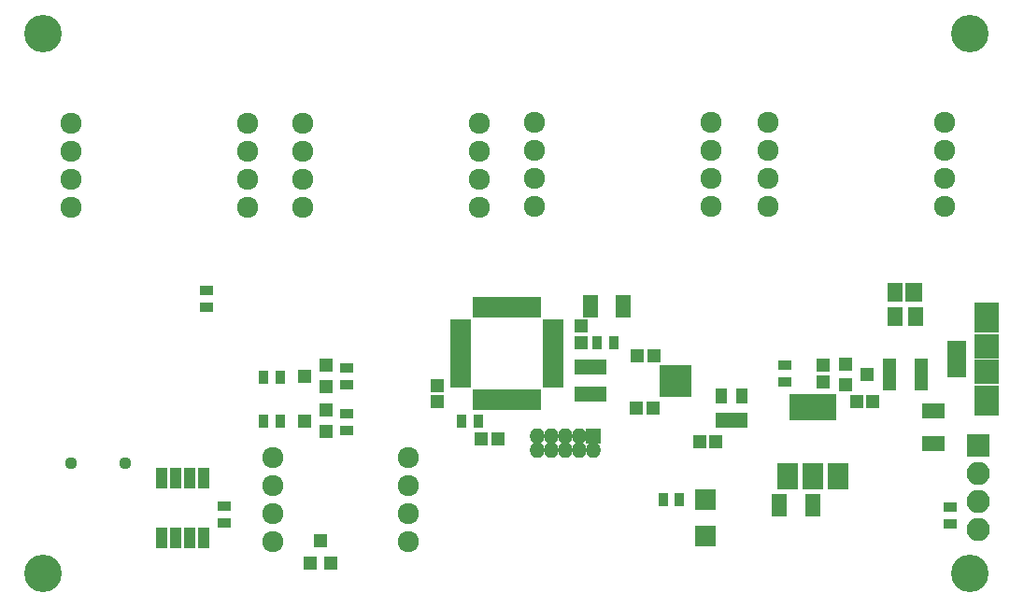
<source format=gts>
G04 #@! TF.FileFunction,Soldermask,Top*
%FSLAX46Y46*%
G04 Gerber Fmt 4.6, Leading zero omitted, Abs format (unit mm)*
G04 Created by KiCad (PCBNEW 4.0.7) date 07/12/19 13:24:00*
%MOMM*%
%LPD*%
G01*
G04 APERTURE LIST*
%ADD10C,0.100000*%
%ADD11C,3.400000*%
%ADD12R,0.900000X1.300000*%
%ADD13R,1.850000X0.700000*%
%ADD14R,0.700000X1.850000*%
%ADD15R,2.900000X1.400000*%
%ADD16R,2.900000X2.900000*%
%ADD17R,4.200000X2.400000*%
%ADD18R,1.900000X2.400000*%
%ADD19C,1.924000*%
%ADD20R,1.000000X1.950000*%
%ADD21R,1.600000X1.800000*%
%ADD22R,1.400000X1.800000*%
%ADD23R,1.400000X2.000000*%
%ADD24R,2.000000X1.400000*%
%ADD25R,1.900000X1.900000*%
%ADD26R,1.200000X1.300000*%
%ADD27R,1.300000X2.900000*%
%ADD28R,1.400000X1.400000*%
%ADD29O,1.400000X1.400000*%
%ADD30R,2.300000X2.200000*%
%ADD31R,2.300000X2.700000*%
%ADD32R,1.800000X0.800000*%
%ADD33R,1.300000X1.200000*%
%ADD34R,1.050000X1.460000*%
%ADD35C,1.130000*%
%ADD36R,1.200000X1.150000*%
%ADD37R,1.150000X1.200000*%
%ADD38R,1.300000X0.900000*%
%ADD39R,2.100000X2.100000*%
%ADD40O,2.100000X2.100000*%
G04 APERTURE END LIST*
D10*
D11*
X113000000Y-102000000D03*
X113000000Y-53000000D03*
X197000000Y-53000000D03*
X197000000Y-102000000D03*
D12*
X164695000Y-81089500D03*
X163195000Y-81089500D03*
D13*
X159200000Y-84750000D03*
X159200000Y-84250000D03*
X159200000Y-83750000D03*
X159200000Y-83250000D03*
X159200000Y-82750000D03*
X159200000Y-82250000D03*
X159200000Y-81750000D03*
X159200000Y-81250000D03*
X159200000Y-80750000D03*
X159200000Y-79750000D03*
X159200000Y-79250000D03*
D14*
X157750000Y-77800000D03*
X157250000Y-77800000D03*
X156750000Y-77800000D03*
X156250000Y-77800000D03*
X155750000Y-77800000D03*
X155250000Y-77800000D03*
X154750000Y-77800000D03*
X154250000Y-77800000D03*
X153750000Y-77800000D03*
X153250000Y-77800000D03*
X152750000Y-77800000D03*
X152250000Y-77800000D03*
D13*
X159200000Y-80250000D03*
X150830000Y-79250000D03*
X150800000Y-79750000D03*
X150800000Y-80250000D03*
X150800000Y-80750000D03*
X150800000Y-81250000D03*
X150800000Y-81750000D03*
X150800000Y-82250000D03*
X150800000Y-82750000D03*
X150800000Y-83250000D03*
X150800000Y-84250000D03*
X150800000Y-84750000D03*
X150800000Y-83750000D03*
D14*
X152250000Y-86200000D03*
X152750000Y-86200000D03*
X153250000Y-86200000D03*
X153750000Y-86200000D03*
X154250000Y-86200000D03*
X154750000Y-86200000D03*
X155250000Y-86200000D03*
X155750000Y-86200000D03*
X156250000Y-86200000D03*
X156750000Y-86200000D03*
X157250000Y-86200000D03*
X157750000Y-86200000D03*
D15*
X162560000Y-85748500D03*
X162560000Y-83248500D03*
D16*
X170310000Y-84498500D03*
D17*
X182753000Y-86893000D03*
D18*
X182753000Y-93193000D03*
X185053000Y-93193000D03*
X180453000Y-93193000D03*
D19*
X194650000Y-61080000D03*
X194650000Y-63620000D03*
X194650000Y-66160000D03*
X194650000Y-68700000D03*
X178650000Y-68700000D03*
X178650000Y-66160000D03*
X178650000Y-63620000D03*
X178650000Y-61080000D03*
D20*
X127508000Y-93312000D03*
X126238000Y-93312000D03*
X124968000Y-93312000D03*
X123698000Y-93312000D03*
X123698000Y-98712000D03*
X124968000Y-98712000D03*
X126238000Y-98712000D03*
X127508000Y-98712000D03*
D19*
X146113000Y-91440000D03*
X146113000Y-93980000D03*
X146113000Y-96520000D03*
X146113000Y-99060000D03*
X133823000Y-99060000D03*
X133823000Y-96520000D03*
X133823000Y-93980000D03*
X133823000Y-91440000D03*
D21*
X191905000Y-76497000D03*
D22*
X190185000Y-76497000D03*
X190185000Y-78697000D03*
X192085000Y-78697000D03*
D23*
X165584000Y-77724000D03*
X162584000Y-77724000D03*
D24*
X193675000Y-90209500D03*
X193675000Y-87209500D03*
D23*
X182729000Y-95758000D03*
X179729000Y-95758000D03*
D25*
X172974000Y-95252000D03*
X172974000Y-98552000D03*
D26*
X137162500Y-101012500D03*
X139062500Y-101012500D03*
X138112500Y-99012500D03*
D27*
X189685000Y-83947000D03*
X192585000Y-83947000D03*
D28*
X162814000Y-89535000D03*
D29*
X162814000Y-90805000D03*
X161544000Y-89535000D03*
X161544000Y-90805000D03*
X160274000Y-89535000D03*
X160274000Y-90805000D03*
X159004000Y-89535000D03*
X159004000Y-90805000D03*
X157734000Y-89535000D03*
X157734000Y-90805000D03*
D30*
X198501000Y-81400000D03*
D31*
X198501000Y-78800000D03*
D30*
X198501000Y-83700000D03*
D31*
X198501000Y-86300000D03*
D32*
X195826000Y-81250000D03*
X195826000Y-81900000D03*
X195826000Y-82550000D03*
X195826000Y-83200000D03*
X195826000Y-83850000D03*
D33*
X185690000Y-82997000D03*
X185690000Y-84897000D03*
X187690000Y-83947000D03*
X138668000Y-85024000D03*
X138668000Y-83124000D03*
X136668000Y-84074000D03*
X138668000Y-89088000D03*
X138668000Y-87188000D03*
X136668000Y-88138000D03*
D34*
X174437000Y-88095000D03*
X175387000Y-88095000D03*
X176337000Y-88095000D03*
X176337000Y-85895000D03*
X174437000Y-85895000D03*
D19*
X152558272Y-61170404D03*
X152558272Y-63710404D03*
X152558272Y-66250404D03*
X152558272Y-68790404D03*
X136558272Y-68790404D03*
X136558272Y-66250404D03*
X136558272Y-63710404D03*
X136558272Y-61170404D03*
X173558272Y-61090404D03*
X173558272Y-63630404D03*
X173558272Y-66170404D03*
X173558272Y-68710404D03*
X157558272Y-68710404D03*
X157558272Y-66170404D03*
X157558272Y-63630404D03*
X157558272Y-61090404D03*
X131558272Y-61170404D03*
X131558272Y-63710404D03*
X131558272Y-66250404D03*
X131558272Y-68790404D03*
X115558272Y-68790404D03*
X115558272Y-66250404D03*
X115558272Y-63710404D03*
X115558272Y-61170404D03*
D35*
X120423000Y-91948000D03*
X115543000Y-91948000D03*
D36*
X166826500Y-82232500D03*
X168326500Y-82232500D03*
X166775000Y-86995000D03*
X168275000Y-86995000D03*
X152729500Y-89789000D03*
X154229500Y-89789000D03*
D37*
X161734500Y-79565500D03*
X161734500Y-81065500D03*
X148717000Y-84911500D03*
X148717000Y-86411500D03*
D36*
X186702000Y-86360000D03*
X188202000Y-86360000D03*
D37*
X183642000Y-83070000D03*
X183642000Y-84570000D03*
D36*
X172478000Y-90043000D03*
X173978000Y-90043000D03*
D12*
X150900000Y-88138000D03*
X152400000Y-88138000D03*
X169164000Y-95250000D03*
X170664000Y-95250000D03*
D38*
X180213000Y-83070000D03*
X180213000Y-84570000D03*
X140462000Y-84824000D03*
X140462000Y-83324000D03*
D12*
X132981000Y-84201000D03*
X134481000Y-84201000D03*
D38*
X140462000Y-89015000D03*
X140462000Y-87515000D03*
D12*
X132981000Y-88138000D03*
X134481000Y-88138000D03*
D38*
X127762000Y-77839000D03*
X127762000Y-76339000D03*
X129413000Y-97397000D03*
X129413000Y-95897000D03*
X195199000Y-95972500D03*
X195199000Y-97472500D03*
D39*
X197739000Y-90360500D03*
D40*
X197739000Y-92900500D03*
X197739000Y-95440500D03*
X197739000Y-97980500D03*
M02*

</source>
